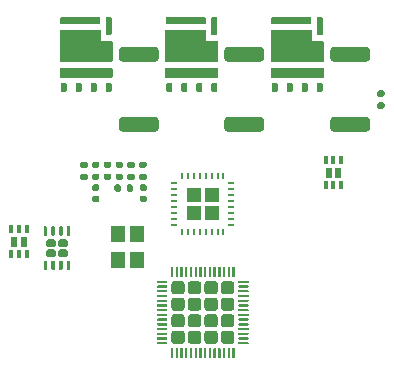
<source format=gbr>
G04 #@! TF.GenerationSoftware,KiCad,Pcbnew,(5.1.8)-1*
G04 #@! TF.CreationDate,2020-11-22T23:20:16-08:00*
G04 #@! TF.ProjectId,Thruster_Controller_V2,54687275-7374-4657-925f-436f6e74726f,rev?*
G04 #@! TF.SameCoordinates,Original*
G04 #@! TF.FileFunction,Paste,Bot*
G04 #@! TF.FilePolarity,Positive*
%FSLAX46Y46*%
G04 Gerber Fmt 4.6, Leading zero omitted, Abs format (unit mm)*
G04 Created by KiCad (PCBNEW (5.1.8)-1) date 2020-11-22 23:20:16*
%MOMM*%
%LPD*%
G01*
G04 APERTURE LIST*
%ADD10R,1.200000X1.400000*%
%ADD11C,0.100000*%
%ADD12R,0.630000X0.820000*%
%ADD13R,0.350000X0.650000*%
%ADD14R,0.600000X0.250000*%
%ADD15R,0.250000X0.600000*%
%ADD16R,1.230000X1.230000*%
G04 APERTURE END LIST*
D10*
X94450000Y-103075000D03*
X94450000Y-105275000D03*
X92850000Y-105275000D03*
X92850000Y-103075000D03*
G36*
G01*
X92275000Y-84750000D02*
X92275000Y-86150000D01*
G75*
G02*
X92225000Y-86200000I-50000J0D01*
G01*
X91825000Y-86200000D01*
G75*
G02*
X91775000Y-86150000I0J50000D01*
G01*
X91775000Y-84750000D01*
G75*
G02*
X91825000Y-84700000I50000J0D01*
G01*
X92225000Y-84700000D01*
G75*
G02*
X92275000Y-84750000I0J-50000D01*
G01*
G37*
G36*
G01*
X91320000Y-84760000D02*
X91320000Y-85240000D01*
G75*
G02*
X91260000Y-85300000I-60000J0D01*
G01*
X87980000Y-85300000D01*
G75*
G02*
X87920000Y-85240000I0J60000D01*
G01*
X87920000Y-84760000D01*
G75*
G02*
X87980000Y-84700000I60000J0D01*
G01*
X91260000Y-84700000D01*
G75*
G02*
X91320000Y-84760000I0J-60000D01*
G01*
G37*
D11*
G36*
X87910245Y-88449039D02*
G01*
X87900866Y-88446194D01*
X87892221Y-88441573D01*
X87884645Y-88435355D01*
X87878427Y-88427779D01*
X87873806Y-88419134D01*
X87870961Y-88409755D01*
X87870000Y-88400000D01*
X87870000Y-85800000D01*
X87870961Y-85790245D01*
X87873806Y-85780866D01*
X87878427Y-85772221D01*
X87884645Y-85764645D01*
X87892221Y-85758427D01*
X87900866Y-85753806D01*
X87910245Y-85750961D01*
X87920000Y-85750000D01*
X91320000Y-85750000D01*
X91329755Y-85750961D01*
X91339134Y-85753806D01*
X91347779Y-85758427D01*
X91355355Y-85764645D01*
X91361573Y-85772221D01*
X91366194Y-85780866D01*
X91369039Y-85790245D01*
X91370000Y-85800000D01*
X91370000Y-86750000D01*
X92320000Y-86750000D01*
X92329755Y-86750961D01*
X92339134Y-86753806D01*
X92347779Y-86758427D01*
X92355355Y-86764645D01*
X92361573Y-86772221D01*
X92366194Y-86780866D01*
X92369039Y-86790245D01*
X92370000Y-86800000D01*
X92370000Y-88400000D01*
X92369039Y-88409755D01*
X92366194Y-88419134D01*
X92361573Y-88427779D01*
X92355355Y-88435355D01*
X92347779Y-88441573D01*
X92339134Y-88446194D01*
X92329755Y-88449039D01*
X92320000Y-88450000D01*
X87920000Y-88450000D01*
X87910245Y-88449039D01*
G37*
G36*
G01*
X92370000Y-89060000D02*
X92370000Y-89780000D01*
G75*
G02*
X92330000Y-89820000I-40000J0D01*
G01*
X87910000Y-89820000D01*
G75*
G02*
X87870000Y-89780000I0J40000D01*
G01*
X87870000Y-89060000D01*
G75*
G02*
X87910000Y-89020000I40000J0D01*
G01*
X92330000Y-89020000D01*
G75*
G02*
X92370000Y-89060000I0J-40000D01*
G01*
G37*
G36*
G01*
X92275000Y-90346000D02*
X92275000Y-90946000D01*
G75*
G02*
X92225000Y-90996000I-50000J0D01*
G01*
X91825000Y-90996000D01*
G75*
G02*
X91775000Y-90946000I0J50000D01*
G01*
X91775000Y-90346000D01*
G75*
G02*
X91825000Y-90296000I50000J0D01*
G01*
X92225000Y-90296000D01*
G75*
G02*
X92275000Y-90346000I0J-50000D01*
G01*
G37*
G36*
G01*
X88465000Y-90346000D02*
X88465000Y-90946000D01*
G75*
G02*
X88415000Y-90996000I-50000J0D01*
G01*
X88015000Y-90996000D01*
G75*
G02*
X87965000Y-90946000I0J50000D01*
G01*
X87965000Y-90346000D01*
G75*
G02*
X88015000Y-90296000I50000J0D01*
G01*
X88415000Y-90296000D01*
G75*
G02*
X88465000Y-90346000I0J-50000D01*
G01*
G37*
G36*
G01*
X91005000Y-90346000D02*
X91005000Y-90946000D01*
G75*
G02*
X90955000Y-90996000I-50000J0D01*
G01*
X90555000Y-90996000D01*
G75*
G02*
X90505000Y-90946000I0J50000D01*
G01*
X90505000Y-90346000D01*
G75*
G02*
X90555000Y-90296000I50000J0D01*
G01*
X90955000Y-90296000D01*
G75*
G02*
X91005000Y-90346000I0J-50000D01*
G01*
G37*
G36*
G01*
X89735000Y-90346000D02*
X89735000Y-90946000D01*
G75*
G02*
X89685000Y-90996000I-50000J0D01*
G01*
X89285000Y-90996000D01*
G75*
G02*
X89235000Y-90946000I0J50000D01*
G01*
X89235000Y-90346000D01*
G75*
G02*
X89285000Y-90296000I50000J0D01*
G01*
X89685000Y-90296000D01*
G75*
G02*
X89735000Y-90346000I0J-50000D01*
G01*
G37*
G36*
G01*
X101205000Y-84750000D02*
X101205000Y-86150000D01*
G75*
G02*
X101155000Y-86200000I-50000J0D01*
G01*
X100755000Y-86200000D01*
G75*
G02*
X100705000Y-86150000I0J50000D01*
G01*
X100705000Y-84750000D01*
G75*
G02*
X100755000Y-84700000I50000J0D01*
G01*
X101155000Y-84700000D01*
G75*
G02*
X101205000Y-84750000I0J-50000D01*
G01*
G37*
G36*
G01*
X100250000Y-84760000D02*
X100250000Y-85240000D01*
G75*
G02*
X100190000Y-85300000I-60000J0D01*
G01*
X96910000Y-85300000D01*
G75*
G02*
X96850000Y-85240000I0J60000D01*
G01*
X96850000Y-84760000D01*
G75*
G02*
X96910000Y-84700000I60000J0D01*
G01*
X100190000Y-84700000D01*
G75*
G02*
X100250000Y-84760000I0J-60000D01*
G01*
G37*
G36*
X96840245Y-88449039D02*
G01*
X96830866Y-88446194D01*
X96822221Y-88441573D01*
X96814645Y-88435355D01*
X96808427Y-88427779D01*
X96803806Y-88419134D01*
X96800961Y-88409755D01*
X96800000Y-88400000D01*
X96800000Y-85800000D01*
X96800961Y-85790245D01*
X96803806Y-85780866D01*
X96808427Y-85772221D01*
X96814645Y-85764645D01*
X96822221Y-85758427D01*
X96830866Y-85753806D01*
X96840245Y-85750961D01*
X96850000Y-85750000D01*
X100250000Y-85750000D01*
X100259755Y-85750961D01*
X100269134Y-85753806D01*
X100277779Y-85758427D01*
X100285355Y-85764645D01*
X100291573Y-85772221D01*
X100296194Y-85780866D01*
X100299039Y-85790245D01*
X100300000Y-85800000D01*
X100300000Y-86750000D01*
X101250000Y-86750000D01*
X101259755Y-86750961D01*
X101269134Y-86753806D01*
X101277779Y-86758427D01*
X101285355Y-86764645D01*
X101291573Y-86772221D01*
X101296194Y-86780866D01*
X101299039Y-86790245D01*
X101300000Y-86800000D01*
X101300000Y-88400000D01*
X101299039Y-88409755D01*
X101296194Y-88419134D01*
X101291573Y-88427779D01*
X101285355Y-88435355D01*
X101277779Y-88441573D01*
X101269134Y-88446194D01*
X101259755Y-88449039D01*
X101250000Y-88450000D01*
X96850000Y-88450000D01*
X96840245Y-88449039D01*
G37*
G36*
G01*
X101300000Y-89060000D02*
X101300000Y-89780000D01*
G75*
G02*
X101260000Y-89820000I-40000J0D01*
G01*
X96840000Y-89820000D01*
G75*
G02*
X96800000Y-89780000I0J40000D01*
G01*
X96800000Y-89060000D01*
G75*
G02*
X96840000Y-89020000I40000J0D01*
G01*
X101260000Y-89020000D01*
G75*
G02*
X101300000Y-89060000I0J-40000D01*
G01*
G37*
G36*
G01*
X101205000Y-90346000D02*
X101205000Y-90946000D01*
G75*
G02*
X101155000Y-90996000I-50000J0D01*
G01*
X100755000Y-90996000D01*
G75*
G02*
X100705000Y-90946000I0J50000D01*
G01*
X100705000Y-90346000D01*
G75*
G02*
X100755000Y-90296000I50000J0D01*
G01*
X101155000Y-90296000D01*
G75*
G02*
X101205000Y-90346000I0J-50000D01*
G01*
G37*
G36*
G01*
X97395000Y-90346000D02*
X97395000Y-90946000D01*
G75*
G02*
X97345000Y-90996000I-50000J0D01*
G01*
X96945000Y-90996000D01*
G75*
G02*
X96895000Y-90946000I0J50000D01*
G01*
X96895000Y-90346000D01*
G75*
G02*
X96945000Y-90296000I50000J0D01*
G01*
X97345000Y-90296000D01*
G75*
G02*
X97395000Y-90346000I0J-50000D01*
G01*
G37*
G36*
G01*
X99935000Y-90346000D02*
X99935000Y-90946000D01*
G75*
G02*
X99885000Y-90996000I-50000J0D01*
G01*
X99485000Y-90996000D01*
G75*
G02*
X99435000Y-90946000I0J50000D01*
G01*
X99435000Y-90346000D01*
G75*
G02*
X99485000Y-90296000I50000J0D01*
G01*
X99885000Y-90296000D01*
G75*
G02*
X99935000Y-90346000I0J-50000D01*
G01*
G37*
G36*
G01*
X98665000Y-90346000D02*
X98665000Y-90946000D01*
G75*
G02*
X98615000Y-90996000I-50000J0D01*
G01*
X98215000Y-90996000D01*
G75*
G02*
X98165000Y-90946000I0J50000D01*
G01*
X98165000Y-90346000D01*
G75*
G02*
X98215000Y-90296000I50000J0D01*
G01*
X98615000Y-90296000D01*
G75*
G02*
X98665000Y-90346000I0J-50000D01*
G01*
G37*
G36*
G01*
X110155000Y-84750000D02*
X110155000Y-86150000D01*
G75*
G02*
X110105000Y-86200000I-50000J0D01*
G01*
X109705000Y-86200000D01*
G75*
G02*
X109655000Y-86150000I0J50000D01*
G01*
X109655000Y-84750000D01*
G75*
G02*
X109705000Y-84700000I50000J0D01*
G01*
X110105000Y-84700000D01*
G75*
G02*
X110155000Y-84750000I0J-50000D01*
G01*
G37*
G36*
G01*
X109200000Y-84760000D02*
X109200000Y-85240000D01*
G75*
G02*
X109140000Y-85300000I-60000J0D01*
G01*
X105860000Y-85300000D01*
G75*
G02*
X105800000Y-85240000I0J60000D01*
G01*
X105800000Y-84760000D01*
G75*
G02*
X105860000Y-84700000I60000J0D01*
G01*
X109140000Y-84700000D01*
G75*
G02*
X109200000Y-84760000I0J-60000D01*
G01*
G37*
G36*
X105790245Y-88449039D02*
G01*
X105780866Y-88446194D01*
X105772221Y-88441573D01*
X105764645Y-88435355D01*
X105758427Y-88427779D01*
X105753806Y-88419134D01*
X105750961Y-88409755D01*
X105750000Y-88400000D01*
X105750000Y-85800000D01*
X105750961Y-85790245D01*
X105753806Y-85780866D01*
X105758427Y-85772221D01*
X105764645Y-85764645D01*
X105772221Y-85758427D01*
X105780866Y-85753806D01*
X105790245Y-85750961D01*
X105800000Y-85750000D01*
X109200000Y-85750000D01*
X109209755Y-85750961D01*
X109219134Y-85753806D01*
X109227779Y-85758427D01*
X109235355Y-85764645D01*
X109241573Y-85772221D01*
X109246194Y-85780866D01*
X109249039Y-85790245D01*
X109250000Y-85800000D01*
X109250000Y-86750000D01*
X110200000Y-86750000D01*
X110209755Y-86750961D01*
X110219134Y-86753806D01*
X110227779Y-86758427D01*
X110235355Y-86764645D01*
X110241573Y-86772221D01*
X110246194Y-86780866D01*
X110249039Y-86790245D01*
X110250000Y-86800000D01*
X110250000Y-88400000D01*
X110249039Y-88409755D01*
X110246194Y-88419134D01*
X110241573Y-88427779D01*
X110235355Y-88435355D01*
X110227779Y-88441573D01*
X110219134Y-88446194D01*
X110209755Y-88449039D01*
X110200000Y-88450000D01*
X105800000Y-88450000D01*
X105790245Y-88449039D01*
G37*
G36*
G01*
X110250000Y-89060000D02*
X110250000Y-89780000D01*
G75*
G02*
X110210000Y-89820000I-40000J0D01*
G01*
X105790000Y-89820000D01*
G75*
G02*
X105750000Y-89780000I0J40000D01*
G01*
X105750000Y-89060000D01*
G75*
G02*
X105790000Y-89020000I40000J0D01*
G01*
X110210000Y-89020000D01*
G75*
G02*
X110250000Y-89060000I0J-40000D01*
G01*
G37*
G36*
G01*
X110155000Y-90346000D02*
X110155000Y-90946000D01*
G75*
G02*
X110105000Y-90996000I-50000J0D01*
G01*
X109705000Y-90996000D01*
G75*
G02*
X109655000Y-90946000I0J50000D01*
G01*
X109655000Y-90346000D01*
G75*
G02*
X109705000Y-90296000I50000J0D01*
G01*
X110105000Y-90296000D01*
G75*
G02*
X110155000Y-90346000I0J-50000D01*
G01*
G37*
G36*
G01*
X106345000Y-90346000D02*
X106345000Y-90946000D01*
G75*
G02*
X106295000Y-90996000I-50000J0D01*
G01*
X105895000Y-90996000D01*
G75*
G02*
X105845000Y-90946000I0J50000D01*
G01*
X105845000Y-90346000D01*
G75*
G02*
X105895000Y-90296000I50000J0D01*
G01*
X106295000Y-90296000D01*
G75*
G02*
X106345000Y-90346000I0J-50000D01*
G01*
G37*
G36*
G01*
X108885000Y-90346000D02*
X108885000Y-90946000D01*
G75*
G02*
X108835000Y-90996000I-50000J0D01*
G01*
X108435000Y-90996000D01*
G75*
G02*
X108385000Y-90946000I0J50000D01*
G01*
X108385000Y-90346000D01*
G75*
G02*
X108435000Y-90296000I50000J0D01*
G01*
X108835000Y-90296000D01*
G75*
G02*
X108885000Y-90346000I0J-50000D01*
G01*
G37*
G36*
G01*
X107615000Y-90346000D02*
X107615000Y-90946000D01*
G75*
G02*
X107565000Y-90996000I-50000J0D01*
G01*
X107165000Y-90996000D01*
G75*
G02*
X107115000Y-90946000I0J50000D01*
G01*
X107115000Y-90346000D01*
G75*
G02*
X107165000Y-90296000I50000J0D01*
G01*
X107565000Y-90296000D01*
G75*
G02*
X107615000Y-90346000I0J-50000D01*
G01*
G37*
G36*
G01*
X90770000Y-99800000D02*
X91110000Y-99800000D01*
G75*
G02*
X91250000Y-99940000I0J-140000D01*
G01*
X91250000Y-100220000D01*
G75*
G02*
X91110000Y-100360000I-140000J0D01*
G01*
X90770000Y-100360000D01*
G75*
G02*
X90630000Y-100220000I0J140000D01*
G01*
X90630000Y-99940000D01*
G75*
G02*
X90770000Y-99800000I140000J0D01*
G01*
G37*
G36*
G01*
X90770000Y-98840000D02*
X91110000Y-98840000D01*
G75*
G02*
X91250000Y-98980000I0J-140000D01*
G01*
X91250000Y-99260000D01*
G75*
G02*
X91110000Y-99400000I-140000J0D01*
G01*
X90770000Y-99400000D01*
G75*
G02*
X90630000Y-99260000I0J140000D01*
G01*
X90630000Y-98980000D01*
G75*
G02*
X90770000Y-98840000I140000J0D01*
G01*
G37*
G36*
G01*
X94790000Y-99800000D02*
X95130000Y-99800000D01*
G75*
G02*
X95270000Y-99940000I0J-140000D01*
G01*
X95270000Y-100220000D01*
G75*
G02*
X95130000Y-100360000I-140000J0D01*
G01*
X94790000Y-100360000D01*
G75*
G02*
X94650000Y-100220000I0J140000D01*
G01*
X94650000Y-99940000D01*
G75*
G02*
X94790000Y-99800000I140000J0D01*
G01*
G37*
G36*
G01*
X94790000Y-98840000D02*
X95130000Y-98840000D01*
G75*
G02*
X95270000Y-98980000I0J-140000D01*
G01*
X95270000Y-99260000D01*
G75*
G02*
X95130000Y-99400000I-140000J0D01*
G01*
X94790000Y-99400000D01*
G75*
G02*
X94650000Y-99260000I0J140000D01*
G01*
X94650000Y-98980000D01*
G75*
G02*
X94790000Y-98840000I140000J0D01*
G01*
G37*
G36*
G01*
X114890000Y-91915000D02*
X115260000Y-91915000D01*
G75*
G02*
X115395000Y-92050000I0J-135000D01*
G01*
X115395000Y-92320000D01*
G75*
G02*
X115260000Y-92455000I-135000J0D01*
G01*
X114890000Y-92455000D01*
G75*
G02*
X114755000Y-92320000I0J135000D01*
G01*
X114755000Y-92050000D01*
G75*
G02*
X114890000Y-91915000I135000J0D01*
G01*
G37*
G36*
G01*
X114890000Y-90895000D02*
X115260000Y-90895000D01*
G75*
G02*
X115395000Y-91030000I0J-135000D01*
G01*
X115395000Y-91300000D01*
G75*
G02*
X115260000Y-91435000I-135000J0D01*
G01*
X114890000Y-91435000D01*
G75*
G02*
X114755000Y-91300000I0J135000D01*
G01*
X114755000Y-91030000D01*
G75*
G02*
X114890000Y-90895000I135000J0D01*
G01*
G37*
G36*
G01*
X102075000Y-93150000D02*
X104925000Y-93150000D01*
G75*
G02*
X105175000Y-93400000I0J-250000D01*
G01*
X105175000Y-94125000D01*
G75*
G02*
X104925000Y-94375000I-250000J0D01*
G01*
X102075000Y-94375000D01*
G75*
G02*
X101825000Y-94125000I0J250000D01*
G01*
X101825000Y-93400000D01*
G75*
G02*
X102075000Y-93150000I250000J0D01*
G01*
G37*
G36*
G01*
X102075000Y-87225000D02*
X104925000Y-87225000D01*
G75*
G02*
X105175000Y-87475000I0J-250000D01*
G01*
X105175000Y-88200000D01*
G75*
G02*
X104925000Y-88450000I-250000J0D01*
G01*
X102075000Y-88450000D01*
G75*
G02*
X101825000Y-88200000I0J250000D01*
G01*
X101825000Y-87475000D01*
G75*
G02*
X102075000Y-87225000I250000J0D01*
G01*
G37*
G36*
G01*
X93165000Y-87225000D02*
X96015000Y-87225000D01*
G75*
G02*
X96265000Y-87475000I0J-250000D01*
G01*
X96265000Y-88200000D01*
G75*
G02*
X96015000Y-88450000I-250000J0D01*
G01*
X93165000Y-88450000D01*
G75*
G02*
X92915000Y-88200000I0J250000D01*
G01*
X92915000Y-87475000D01*
G75*
G02*
X93165000Y-87225000I250000J0D01*
G01*
G37*
G36*
G01*
X93165000Y-93150000D02*
X96015000Y-93150000D01*
G75*
G02*
X96265000Y-93400000I0J-250000D01*
G01*
X96265000Y-94125000D01*
G75*
G02*
X96015000Y-94375000I-250000J0D01*
G01*
X93165000Y-94375000D01*
G75*
G02*
X92915000Y-94125000I0J250000D01*
G01*
X92915000Y-93400000D01*
G75*
G02*
X93165000Y-93150000I250000J0D01*
G01*
G37*
G36*
G01*
X111055000Y-87225000D02*
X113905000Y-87225000D01*
G75*
G02*
X114155000Y-87475000I0J-250000D01*
G01*
X114155000Y-88200000D01*
G75*
G02*
X113905000Y-88450000I-250000J0D01*
G01*
X111055000Y-88450000D01*
G75*
G02*
X110805000Y-88200000I0J250000D01*
G01*
X110805000Y-87475000D01*
G75*
G02*
X111055000Y-87225000I250000J0D01*
G01*
G37*
G36*
G01*
X111055000Y-93150000D02*
X113905000Y-93150000D01*
G75*
G02*
X114155000Y-93400000I0J-250000D01*
G01*
X114155000Y-94125000D01*
G75*
G02*
X113905000Y-94375000I-250000J0D01*
G01*
X111055000Y-94375000D01*
G75*
G02*
X110805000Y-94125000I0J250000D01*
G01*
X110805000Y-93400000D01*
G75*
G02*
X111055000Y-93150000I250000J0D01*
G01*
G37*
G36*
G01*
X90745000Y-97940000D02*
X91115000Y-97940000D01*
G75*
G02*
X91250000Y-98075000I0J-135000D01*
G01*
X91250000Y-98345000D01*
G75*
G02*
X91115000Y-98480000I-135000J0D01*
G01*
X90745000Y-98480000D01*
G75*
G02*
X90610000Y-98345000I0J135000D01*
G01*
X90610000Y-98075000D01*
G75*
G02*
X90745000Y-97940000I135000J0D01*
G01*
G37*
G36*
G01*
X90745000Y-96920000D02*
X91115000Y-96920000D01*
G75*
G02*
X91250000Y-97055000I0J-135000D01*
G01*
X91250000Y-97325000D01*
G75*
G02*
X91115000Y-97460000I-135000J0D01*
G01*
X90745000Y-97460000D01*
G75*
G02*
X90610000Y-97325000I0J135000D01*
G01*
X90610000Y-97055000D01*
G75*
G02*
X90745000Y-96920000I135000J0D01*
G01*
G37*
G36*
G01*
X92745000Y-96920000D02*
X93115000Y-96920000D01*
G75*
G02*
X93250000Y-97055000I0J-135000D01*
G01*
X93250000Y-97325000D01*
G75*
G02*
X93115000Y-97460000I-135000J0D01*
G01*
X92745000Y-97460000D01*
G75*
G02*
X92610000Y-97325000I0J135000D01*
G01*
X92610000Y-97055000D01*
G75*
G02*
X92745000Y-96920000I135000J0D01*
G01*
G37*
G36*
G01*
X92745000Y-97940000D02*
X93115000Y-97940000D01*
G75*
G02*
X93250000Y-98075000I0J-135000D01*
G01*
X93250000Y-98345000D01*
G75*
G02*
X93115000Y-98480000I-135000J0D01*
G01*
X92745000Y-98480000D01*
G75*
G02*
X92610000Y-98345000I0J135000D01*
G01*
X92610000Y-98075000D01*
G75*
G02*
X92745000Y-97940000I135000J0D01*
G01*
G37*
G36*
G01*
X94735000Y-97940000D02*
X95105000Y-97940000D01*
G75*
G02*
X95240000Y-98075000I0J-135000D01*
G01*
X95240000Y-98345000D01*
G75*
G02*
X95105000Y-98480000I-135000J0D01*
G01*
X94735000Y-98480000D01*
G75*
G02*
X94600000Y-98345000I0J135000D01*
G01*
X94600000Y-98075000D01*
G75*
G02*
X94735000Y-97940000I135000J0D01*
G01*
G37*
G36*
G01*
X94735000Y-96920000D02*
X95105000Y-96920000D01*
G75*
G02*
X95240000Y-97055000I0J-135000D01*
G01*
X95240000Y-97325000D01*
G75*
G02*
X95105000Y-97460000I-135000J0D01*
G01*
X94735000Y-97460000D01*
G75*
G02*
X94600000Y-97325000I0J135000D01*
G01*
X94600000Y-97055000D01*
G75*
G02*
X94735000Y-96920000I135000J0D01*
G01*
G37*
G36*
G01*
X89745000Y-97940000D02*
X90115000Y-97940000D01*
G75*
G02*
X90250000Y-98075000I0J-135000D01*
G01*
X90250000Y-98345000D01*
G75*
G02*
X90115000Y-98480000I-135000J0D01*
G01*
X89745000Y-98480000D01*
G75*
G02*
X89610000Y-98345000I0J135000D01*
G01*
X89610000Y-98075000D01*
G75*
G02*
X89745000Y-97940000I135000J0D01*
G01*
G37*
G36*
G01*
X89745000Y-96920000D02*
X90115000Y-96920000D01*
G75*
G02*
X90250000Y-97055000I0J-135000D01*
G01*
X90250000Y-97325000D01*
G75*
G02*
X90115000Y-97460000I-135000J0D01*
G01*
X89745000Y-97460000D01*
G75*
G02*
X89610000Y-97325000I0J135000D01*
G01*
X89610000Y-97055000D01*
G75*
G02*
X89745000Y-96920000I135000J0D01*
G01*
G37*
G36*
G01*
X91745000Y-97940000D02*
X92115000Y-97940000D01*
G75*
G02*
X92250000Y-98075000I0J-135000D01*
G01*
X92250000Y-98345000D01*
G75*
G02*
X92115000Y-98480000I-135000J0D01*
G01*
X91745000Y-98480000D01*
G75*
G02*
X91610000Y-98345000I0J135000D01*
G01*
X91610000Y-98075000D01*
G75*
G02*
X91745000Y-97940000I135000J0D01*
G01*
G37*
G36*
G01*
X91745000Y-96920000D02*
X92115000Y-96920000D01*
G75*
G02*
X92250000Y-97055000I0J-135000D01*
G01*
X92250000Y-97325000D01*
G75*
G02*
X92115000Y-97460000I-135000J0D01*
G01*
X91745000Y-97460000D01*
G75*
G02*
X91610000Y-97325000I0J135000D01*
G01*
X91610000Y-97055000D01*
G75*
G02*
X91745000Y-96920000I135000J0D01*
G01*
G37*
G36*
G01*
X93740000Y-97940000D02*
X94110000Y-97940000D01*
G75*
G02*
X94245000Y-98075000I0J-135000D01*
G01*
X94245000Y-98345000D01*
G75*
G02*
X94110000Y-98480000I-135000J0D01*
G01*
X93740000Y-98480000D01*
G75*
G02*
X93605000Y-98345000I0J135000D01*
G01*
X93605000Y-98075000D01*
G75*
G02*
X93740000Y-97940000I135000J0D01*
G01*
G37*
G36*
G01*
X93740000Y-96920000D02*
X94110000Y-96920000D01*
G75*
G02*
X94245000Y-97055000I0J-135000D01*
G01*
X94245000Y-97325000D01*
G75*
G02*
X94110000Y-97460000I-135000J0D01*
G01*
X93740000Y-97460000D01*
G75*
G02*
X93605000Y-97325000I0J135000D01*
G01*
X93605000Y-97055000D01*
G75*
G02*
X93740000Y-96920000I135000J0D01*
G01*
G37*
G36*
G01*
X94080000Y-98975000D02*
X94080000Y-99345000D01*
G75*
G02*
X93945000Y-99480000I-135000J0D01*
G01*
X93675000Y-99480000D01*
G75*
G02*
X93540000Y-99345000I0J135000D01*
G01*
X93540000Y-98975000D01*
G75*
G02*
X93675000Y-98840000I135000J0D01*
G01*
X93945000Y-98840000D01*
G75*
G02*
X94080000Y-98975000I0J-135000D01*
G01*
G37*
G36*
G01*
X93060000Y-98975000D02*
X93060000Y-99345000D01*
G75*
G02*
X92925000Y-99480000I-135000J0D01*
G01*
X92655000Y-99480000D01*
G75*
G02*
X92520000Y-99345000I0J135000D01*
G01*
X92520000Y-98975000D01*
G75*
G02*
X92655000Y-98840000I135000J0D01*
G01*
X92925000Y-98840000D01*
G75*
G02*
X93060000Y-98975000I0J-135000D01*
G01*
G37*
D12*
X110650000Y-97850000D03*
X111450000Y-97850000D03*
D13*
X111700000Y-96800000D03*
X111050000Y-96800000D03*
X110400000Y-96800000D03*
X110400000Y-98900000D03*
X111050000Y-98900000D03*
X111700000Y-98900000D03*
G36*
G01*
X103875000Y-107050000D02*
X103875000Y-107150000D01*
G75*
G02*
X103825000Y-107200000I-50000J0D01*
G01*
X103050000Y-107200000D01*
G75*
G02*
X103000000Y-107150000I0J50000D01*
G01*
X103000000Y-107050000D01*
G75*
G02*
X103050000Y-107000000I50000J0D01*
G01*
X103825000Y-107000000D01*
G75*
G02*
X103875000Y-107050000I0J-50000D01*
G01*
G37*
G36*
G01*
X103875000Y-107450000D02*
X103875000Y-107550000D01*
G75*
G02*
X103825000Y-107600000I-50000J0D01*
G01*
X103050000Y-107600000D01*
G75*
G02*
X103000000Y-107550000I0J50000D01*
G01*
X103000000Y-107450000D01*
G75*
G02*
X103050000Y-107400000I50000J0D01*
G01*
X103825000Y-107400000D01*
G75*
G02*
X103875000Y-107450000I0J-50000D01*
G01*
G37*
G36*
G01*
X103875000Y-107850000D02*
X103875000Y-107950000D01*
G75*
G02*
X103825000Y-108000000I-50000J0D01*
G01*
X103050000Y-108000000D01*
G75*
G02*
X103000000Y-107950000I0J50000D01*
G01*
X103000000Y-107850000D01*
G75*
G02*
X103050000Y-107800000I50000J0D01*
G01*
X103825000Y-107800000D01*
G75*
G02*
X103875000Y-107850000I0J-50000D01*
G01*
G37*
G36*
G01*
X103875000Y-108250000D02*
X103875000Y-108350000D01*
G75*
G02*
X103825000Y-108400000I-50000J0D01*
G01*
X103050000Y-108400000D01*
G75*
G02*
X103000000Y-108350000I0J50000D01*
G01*
X103000000Y-108250000D01*
G75*
G02*
X103050000Y-108200000I50000J0D01*
G01*
X103825000Y-108200000D01*
G75*
G02*
X103875000Y-108250000I0J-50000D01*
G01*
G37*
G36*
G01*
X103875000Y-108650000D02*
X103875000Y-108750000D01*
G75*
G02*
X103825000Y-108800000I-50000J0D01*
G01*
X103050000Y-108800000D01*
G75*
G02*
X103000000Y-108750000I0J50000D01*
G01*
X103000000Y-108650000D01*
G75*
G02*
X103050000Y-108600000I50000J0D01*
G01*
X103825000Y-108600000D01*
G75*
G02*
X103875000Y-108650000I0J-50000D01*
G01*
G37*
G36*
G01*
X103875000Y-109050000D02*
X103875000Y-109150000D01*
G75*
G02*
X103825000Y-109200000I-50000J0D01*
G01*
X103050000Y-109200000D01*
G75*
G02*
X103000000Y-109150000I0J50000D01*
G01*
X103000000Y-109050000D01*
G75*
G02*
X103050000Y-109000000I50000J0D01*
G01*
X103825000Y-109000000D01*
G75*
G02*
X103875000Y-109050000I0J-50000D01*
G01*
G37*
G36*
G01*
X103875000Y-109450000D02*
X103875000Y-109550000D01*
G75*
G02*
X103825000Y-109600000I-50000J0D01*
G01*
X103050000Y-109600000D01*
G75*
G02*
X103000000Y-109550000I0J50000D01*
G01*
X103000000Y-109450000D01*
G75*
G02*
X103050000Y-109400000I50000J0D01*
G01*
X103825000Y-109400000D01*
G75*
G02*
X103875000Y-109450000I0J-50000D01*
G01*
G37*
G36*
G01*
X103875000Y-109850000D02*
X103875000Y-109950000D01*
G75*
G02*
X103825000Y-110000000I-50000J0D01*
G01*
X103050000Y-110000000D01*
G75*
G02*
X103000000Y-109950000I0J50000D01*
G01*
X103000000Y-109850000D01*
G75*
G02*
X103050000Y-109800000I50000J0D01*
G01*
X103825000Y-109800000D01*
G75*
G02*
X103875000Y-109850000I0J-50000D01*
G01*
G37*
G36*
G01*
X103875000Y-110250000D02*
X103875000Y-110350000D01*
G75*
G02*
X103825000Y-110400000I-50000J0D01*
G01*
X103050000Y-110400000D01*
G75*
G02*
X103000000Y-110350000I0J50000D01*
G01*
X103000000Y-110250000D01*
G75*
G02*
X103050000Y-110200000I50000J0D01*
G01*
X103825000Y-110200000D01*
G75*
G02*
X103875000Y-110250000I0J-50000D01*
G01*
G37*
G36*
G01*
X103875000Y-110650000D02*
X103875000Y-110750000D01*
G75*
G02*
X103825000Y-110800000I-50000J0D01*
G01*
X103050000Y-110800000D01*
G75*
G02*
X103000000Y-110750000I0J50000D01*
G01*
X103000000Y-110650000D01*
G75*
G02*
X103050000Y-110600000I50000J0D01*
G01*
X103825000Y-110600000D01*
G75*
G02*
X103875000Y-110650000I0J-50000D01*
G01*
G37*
G36*
G01*
X103875000Y-111050000D02*
X103875000Y-111150000D01*
G75*
G02*
X103825000Y-111200000I-50000J0D01*
G01*
X103050000Y-111200000D01*
G75*
G02*
X103000000Y-111150000I0J50000D01*
G01*
X103000000Y-111050000D01*
G75*
G02*
X103050000Y-111000000I50000J0D01*
G01*
X103825000Y-111000000D01*
G75*
G02*
X103875000Y-111050000I0J-50000D01*
G01*
G37*
G36*
G01*
X103875000Y-111450000D02*
X103875000Y-111550000D01*
G75*
G02*
X103825000Y-111600000I-50000J0D01*
G01*
X103050000Y-111600000D01*
G75*
G02*
X103000000Y-111550000I0J50000D01*
G01*
X103000000Y-111450000D01*
G75*
G02*
X103050000Y-111400000I50000J0D01*
G01*
X103825000Y-111400000D01*
G75*
G02*
X103875000Y-111450000I0J-50000D01*
G01*
G37*
G36*
G01*
X103875000Y-111850000D02*
X103875000Y-111950000D01*
G75*
G02*
X103825000Y-112000000I-50000J0D01*
G01*
X103050000Y-112000000D01*
G75*
G02*
X103000000Y-111950000I0J50000D01*
G01*
X103000000Y-111850000D01*
G75*
G02*
X103050000Y-111800000I50000J0D01*
G01*
X103825000Y-111800000D01*
G75*
G02*
X103875000Y-111850000I0J-50000D01*
G01*
G37*
G36*
G01*
X103875000Y-112250000D02*
X103875000Y-112350000D01*
G75*
G02*
X103825000Y-112400000I-50000J0D01*
G01*
X103050000Y-112400000D01*
G75*
G02*
X103000000Y-112350000I0J50000D01*
G01*
X103000000Y-112250000D01*
G75*
G02*
X103050000Y-112200000I50000J0D01*
G01*
X103825000Y-112200000D01*
G75*
G02*
X103875000Y-112250000I0J-50000D01*
G01*
G37*
G36*
G01*
X102700000Y-112750000D02*
X102700000Y-113525000D01*
G75*
G02*
X102650000Y-113575000I-50000J0D01*
G01*
X102550000Y-113575000D01*
G75*
G02*
X102500000Y-113525000I0J50000D01*
G01*
X102500000Y-112750000D01*
G75*
G02*
X102550000Y-112700000I50000J0D01*
G01*
X102650000Y-112700000D01*
G75*
G02*
X102700000Y-112750000I0J-50000D01*
G01*
G37*
G36*
G01*
X102300000Y-112750000D02*
X102300000Y-113525000D01*
G75*
G02*
X102250000Y-113575000I-50000J0D01*
G01*
X102150000Y-113575000D01*
G75*
G02*
X102100000Y-113525000I0J50000D01*
G01*
X102100000Y-112750000D01*
G75*
G02*
X102150000Y-112700000I50000J0D01*
G01*
X102250000Y-112700000D01*
G75*
G02*
X102300000Y-112750000I0J-50000D01*
G01*
G37*
G36*
G01*
X101900000Y-112750000D02*
X101900000Y-113525000D01*
G75*
G02*
X101850000Y-113575000I-50000J0D01*
G01*
X101750000Y-113575000D01*
G75*
G02*
X101700000Y-113525000I0J50000D01*
G01*
X101700000Y-112750000D01*
G75*
G02*
X101750000Y-112700000I50000J0D01*
G01*
X101850000Y-112700000D01*
G75*
G02*
X101900000Y-112750000I0J-50000D01*
G01*
G37*
G36*
G01*
X101500000Y-112750000D02*
X101500000Y-113525000D01*
G75*
G02*
X101450000Y-113575000I-50000J0D01*
G01*
X101350000Y-113575000D01*
G75*
G02*
X101300000Y-113525000I0J50000D01*
G01*
X101300000Y-112750000D01*
G75*
G02*
X101350000Y-112700000I50000J0D01*
G01*
X101450000Y-112700000D01*
G75*
G02*
X101500000Y-112750000I0J-50000D01*
G01*
G37*
G36*
G01*
X101100000Y-112750000D02*
X101100000Y-113525000D01*
G75*
G02*
X101050000Y-113575000I-50000J0D01*
G01*
X100950000Y-113575000D01*
G75*
G02*
X100900000Y-113525000I0J50000D01*
G01*
X100900000Y-112750000D01*
G75*
G02*
X100950000Y-112700000I50000J0D01*
G01*
X101050000Y-112700000D01*
G75*
G02*
X101100000Y-112750000I0J-50000D01*
G01*
G37*
G36*
G01*
X100700000Y-112750000D02*
X100700000Y-113525000D01*
G75*
G02*
X100650000Y-113575000I-50000J0D01*
G01*
X100550000Y-113575000D01*
G75*
G02*
X100500000Y-113525000I0J50000D01*
G01*
X100500000Y-112750000D01*
G75*
G02*
X100550000Y-112700000I50000J0D01*
G01*
X100650000Y-112700000D01*
G75*
G02*
X100700000Y-112750000I0J-50000D01*
G01*
G37*
G36*
G01*
X100300000Y-112750000D02*
X100300000Y-113525000D01*
G75*
G02*
X100250000Y-113575000I-50000J0D01*
G01*
X100150000Y-113575000D01*
G75*
G02*
X100100000Y-113525000I0J50000D01*
G01*
X100100000Y-112750000D01*
G75*
G02*
X100150000Y-112700000I50000J0D01*
G01*
X100250000Y-112700000D01*
G75*
G02*
X100300000Y-112750000I0J-50000D01*
G01*
G37*
G36*
G01*
X99900000Y-112750000D02*
X99900000Y-113525000D01*
G75*
G02*
X99850000Y-113575000I-50000J0D01*
G01*
X99750000Y-113575000D01*
G75*
G02*
X99700000Y-113525000I0J50000D01*
G01*
X99700000Y-112750000D01*
G75*
G02*
X99750000Y-112700000I50000J0D01*
G01*
X99850000Y-112700000D01*
G75*
G02*
X99900000Y-112750000I0J-50000D01*
G01*
G37*
G36*
G01*
X99500000Y-112750000D02*
X99500000Y-113525000D01*
G75*
G02*
X99450000Y-113575000I-50000J0D01*
G01*
X99350000Y-113575000D01*
G75*
G02*
X99300000Y-113525000I0J50000D01*
G01*
X99300000Y-112750000D01*
G75*
G02*
X99350000Y-112700000I50000J0D01*
G01*
X99450000Y-112700000D01*
G75*
G02*
X99500000Y-112750000I0J-50000D01*
G01*
G37*
G36*
G01*
X99100000Y-112750000D02*
X99100000Y-113525000D01*
G75*
G02*
X99050000Y-113575000I-50000J0D01*
G01*
X98950000Y-113575000D01*
G75*
G02*
X98900000Y-113525000I0J50000D01*
G01*
X98900000Y-112750000D01*
G75*
G02*
X98950000Y-112700000I50000J0D01*
G01*
X99050000Y-112700000D01*
G75*
G02*
X99100000Y-112750000I0J-50000D01*
G01*
G37*
G36*
G01*
X98700000Y-112750000D02*
X98700000Y-113525000D01*
G75*
G02*
X98650000Y-113575000I-50000J0D01*
G01*
X98550000Y-113575000D01*
G75*
G02*
X98500000Y-113525000I0J50000D01*
G01*
X98500000Y-112750000D01*
G75*
G02*
X98550000Y-112700000I50000J0D01*
G01*
X98650000Y-112700000D01*
G75*
G02*
X98700000Y-112750000I0J-50000D01*
G01*
G37*
G36*
G01*
X98300000Y-112750000D02*
X98300000Y-113525000D01*
G75*
G02*
X98250000Y-113575000I-50000J0D01*
G01*
X98150000Y-113575000D01*
G75*
G02*
X98100000Y-113525000I0J50000D01*
G01*
X98100000Y-112750000D01*
G75*
G02*
X98150000Y-112700000I50000J0D01*
G01*
X98250000Y-112700000D01*
G75*
G02*
X98300000Y-112750000I0J-50000D01*
G01*
G37*
G36*
G01*
X97900000Y-112750000D02*
X97900000Y-113525000D01*
G75*
G02*
X97850000Y-113575000I-50000J0D01*
G01*
X97750000Y-113575000D01*
G75*
G02*
X97700000Y-113525000I0J50000D01*
G01*
X97700000Y-112750000D01*
G75*
G02*
X97750000Y-112700000I50000J0D01*
G01*
X97850000Y-112700000D01*
G75*
G02*
X97900000Y-112750000I0J-50000D01*
G01*
G37*
G36*
G01*
X97500000Y-112750000D02*
X97500000Y-113525000D01*
G75*
G02*
X97450000Y-113575000I-50000J0D01*
G01*
X97350000Y-113575000D01*
G75*
G02*
X97300000Y-113525000I0J50000D01*
G01*
X97300000Y-112750000D01*
G75*
G02*
X97350000Y-112700000I50000J0D01*
G01*
X97450000Y-112700000D01*
G75*
G02*
X97500000Y-112750000I0J-50000D01*
G01*
G37*
G36*
G01*
X97000000Y-112250000D02*
X97000000Y-112350000D01*
G75*
G02*
X96950000Y-112400000I-50000J0D01*
G01*
X96175000Y-112400000D01*
G75*
G02*
X96125000Y-112350000I0J50000D01*
G01*
X96125000Y-112250000D01*
G75*
G02*
X96175000Y-112200000I50000J0D01*
G01*
X96950000Y-112200000D01*
G75*
G02*
X97000000Y-112250000I0J-50000D01*
G01*
G37*
G36*
G01*
X97000000Y-111850000D02*
X97000000Y-111950000D01*
G75*
G02*
X96950000Y-112000000I-50000J0D01*
G01*
X96175000Y-112000000D01*
G75*
G02*
X96125000Y-111950000I0J50000D01*
G01*
X96125000Y-111850000D01*
G75*
G02*
X96175000Y-111800000I50000J0D01*
G01*
X96950000Y-111800000D01*
G75*
G02*
X97000000Y-111850000I0J-50000D01*
G01*
G37*
G36*
G01*
X97000000Y-111450000D02*
X97000000Y-111550000D01*
G75*
G02*
X96950000Y-111600000I-50000J0D01*
G01*
X96175000Y-111600000D01*
G75*
G02*
X96125000Y-111550000I0J50000D01*
G01*
X96125000Y-111450000D01*
G75*
G02*
X96175000Y-111400000I50000J0D01*
G01*
X96950000Y-111400000D01*
G75*
G02*
X97000000Y-111450000I0J-50000D01*
G01*
G37*
G36*
G01*
X97000000Y-111050000D02*
X97000000Y-111150000D01*
G75*
G02*
X96950000Y-111200000I-50000J0D01*
G01*
X96175000Y-111200000D01*
G75*
G02*
X96125000Y-111150000I0J50000D01*
G01*
X96125000Y-111050000D01*
G75*
G02*
X96175000Y-111000000I50000J0D01*
G01*
X96950000Y-111000000D01*
G75*
G02*
X97000000Y-111050000I0J-50000D01*
G01*
G37*
G36*
G01*
X97000000Y-110650000D02*
X97000000Y-110750000D01*
G75*
G02*
X96950000Y-110800000I-50000J0D01*
G01*
X96175000Y-110800000D01*
G75*
G02*
X96125000Y-110750000I0J50000D01*
G01*
X96125000Y-110650000D01*
G75*
G02*
X96175000Y-110600000I50000J0D01*
G01*
X96950000Y-110600000D01*
G75*
G02*
X97000000Y-110650000I0J-50000D01*
G01*
G37*
G36*
G01*
X97000000Y-110250000D02*
X97000000Y-110350000D01*
G75*
G02*
X96950000Y-110400000I-50000J0D01*
G01*
X96175000Y-110400000D01*
G75*
G02*
X96125000Y-110350000I0J50000D01*
G01*
X96125000Y-110250000D01*
G75*
G02*
X96175000Y-110200000I50000J0D01*
G01*
X96950000Y-110200000D01*
G75*
G02*
X97000000Y-110250000I0J-50000D01*
G01*
G37*
G36*
G01*
X97000000Y-109850000D02*
X97000000Y-109950000D01*
G75*
G02*
X96950000Y-110000000I-50000J0D01*
G01*
X96175000Y-110000000D01*
G75*
G02*
X96125000Y-109950000I0J50000D01*
G01*
X96125000Y-109850000D01*
G75*
G02*
X96175000Y-109800000I50000J0D01*
G01*
X96950000Y-109800000D01*
G75*
G02*
X97000000Y-109850000I0J-50000D01*
G01*
G37*
G36*
G01*
X97000000Y-109450000D02*
X97000000Y-109550000D01*
G75*
G02*
X96950000Y-109600000I-50000J0D01*
G01*
X96175000Y-109600000D01*
G75*
G02*
X96125000Y-109550000I0J50000D01*
G01*
X96125000Y-109450000D01*
G75*
G02*
X96175000Y-109400000I50000J0D01*
G01*
X96950000Y-109400000D01*
G75*
G02*
X97000000Y-109450000I0J-50000D01*
G01*
G37*
G36*
G01*
X97000000Y-109050000D02*
X97000000Y-109150000D01*
G75*
G02*
X96950000Y-109200000I-50000J0D01*
G01*
X96175000Y-109200000D01*
G75*
G02*
X96125000Y-109150000I0J50000D01*
G01*
X96125000Y-109050000D01*
G75*
G02*
X96175000Y-109000000I50000J0D01*
G01*
X96950000Y-109000000D01*
G75*
G02*
X97000000Y-109050000I0J-50000D01*
G01*
G37*
G36*
G01*
X97000000Y-108650000D02*
X97000000Y-108750000D01*
G75*
G02*
X96950000Y-108800000I-50000J0D01*
G01*
X96175000Y-108800000D01*
G75*
G02*
X96125000Y-108750000I0J50000D01*
G01*
X96125000Y-108650000D01*
G75*
G02*
X96175000Y-108600000I50000J0D01*
G01*
X96950000Y-108600000D01*
G75*
G02*
X97000000Y-108650000I0J-50000D01*
G01*
G37*
G36*
G01*
X97000000Y-108250000D02*
X97000000Y-108350000D01*
G75*
G02*
X96950000Y-108400000I-50000J0D01*
G01*
X96175000Y-108400000D01*
G75*
G02*
X96125000Y-108350000I0J50000D01*
G01*
X96125000Y-108250000D01*
G75*
G02*
X96175000Y-108200000I50000J0D01*
G01*
X96950000Y-108200000D01*
G75*
G02*
X97000000Y-108250000I0J-50000D01*
G01*
G37*
G36*
G01*
X97000000Y-107850000D02*
X97000000Y-107950000D01*
G75*
G02*
X96950000Y-108000000I-50000J0D01*
G01*
X96175000Y-108000000D01*
G75*
G02*
X96125000Y-107950000I0J50000D01*
G01*
X96125000Y-107850000D01*
G75*
G02*
X96175000Y-107800000I50000J0D01*
G01*
X96950000Y-107800000D01*
G75*
G02*
X97000000Y-107850000I0J-50000D01*
G01*
G37*
G36*
G01*
X97000000Y-107450000D02*
X97000000Y-107550000D01*
G75*
G02*
X96950000Y-107600000I-50000J0D01*
G01*
X96175000Y-107600000D01*
G75*
G02*
X96125000Y-107550000I0J50000D01*
G01*
X96125000Y-107450000D01*
G75*
G02*
X96175000Y-107400000I50000J0D01*
G01*
X96950000Y-107400000D01*
G75*
G02*
X97000000Y-107450000I0J-50000D01*
G01*
G37*
G36*
G01*
X97000000Y-107050000D02*
X97000000Y-107150000D01*
G75*
G02*
X96950000Y-107200000I-50000J0D01*
G01*
X96175000Y-107200000D01*
G75*
G02*
X96125000Y-107150000I0J50000D01*
G01*
X96125000Y-107050000D01*
G75*
G02*
X96175000Y-107000000I50000J0D01*
G01*
X96950000Y-107000000D01*
G75*
G02*
X97000000Y-107050000I0J-50000D01*
G01*
G37*
G36*
G01*
X97500000Y-105875000D02*
X97500000Y-106650000D01*
G75*
G02*
X97450000Y-106700000I-50000J0D01*
G01*
X97350000Y-106700000D01*
G75*
G02*
X97300000Y-106650000I0J50000D01*
G01*
X97300000Y-105875000D01*
G75*
G02*
X97350000Y-105825000I50000J0D01*
G01*
X97450000Y-105825000D01*
G75*
G02*
X97500000Y-105875000I0J-50000D01*
G01*
G37*
G36*
G01*
X97900000Y-105875000D02*
X97900000Y-106650000D01*
G75*
G02*
X97850000Y-106700000I-50000J0D01*
G01*
X97750000Y-106700000D01*
G75*
G02*
X97700000Y-106650000I0J50000D01*
G01*
X97700000Y-105875000D01*
G75*
G02*
X97750000Y-105825000I50000J0D01*
G01*
X97850000Y-105825000D01*
G75*
G02*
X97900000Y-105875000I0J-50000D01*
G01*
G37*
G36*
G01*
X98300000Y-105875000D02*
X98300000Y-106650000D01*
G75*
G02*
X98250000Y-106700000I-50000J0D01*
G01*
X98150000Y-106700000D01*
G75*
G02*
X98100000Y-106650000I0J50000D01*
G01*
X98100000Y-105875000D01*
G75*
G02*
X98150000Y-105825000I50000J0D01*
G01*
X98250000Y-105825000D01*
G75*
G02*
X98300000Y-105875000I0J-50000D01*
G01*
G37*
G36*
G01*
X98700000Y-105875000D02*
X98700000Y-106650000D01*
G75*
G02*
X98650000Y-106700000I-50000J0D01*
G01*
X98550000Y-106700000D01*
G75*
G02*
X98500000Y-106650000I0J50000D01*
G01*
X98500000Y-105875000D01*
G75*
G02*
X98550000Y-105825000I50000J0D01*
G01*
X98650000Y-105825000D01*
G75*
G02*
X98700000Y-105875000I0J-50000D01*
G01*
G37*
G36*
G01*
X99100000Y-105875000D02*
X99100000Y-106650000D01*
G75*
G02*
X99050000Y-106700000I-50000J0D01*
G01*
X98950000Y-106700000D01*
G75*
G02*
X98900000Y-106650000I0J50000D01*
G01*
X98900000Y-105875000D01*
G75*
G02*
X98950000Y-105825000I50000J0D01*
G01*
X99050000Y-105825000D01*
G75*
G02*
X99100000Y-105875000I0J-50000D01*
G01*
G37*
G36*
G01*
X99500000Y-105875000D02*
X99500000Y-106650000D01*
G75*
G02*
X99450000Y-106700000I-50000J0D01*
G01*
X99350000Y-106700000D01*
G75*
G02*
X99300000Y-106650000I0J50000D01*
G01*
X99300000Y-105875000D01*
G75*
G02*
X99350000Y-105825000I50000J0D01*
G01*
X99450000Y-105825000D01*
G75*
G02*
X99500000Y-105875000I0J-50000D01*
G01*
G37*
G36*
G01*
X99900000Y-105875000D02*
X99900000Y-106650000D01*
G75*
G02*
X99850000Y-106700000I-50000J0D01*
G01*
X99750000Y-106700000D01*
G75*
G02*
X99700000Y-106650000I0J50000D01*
G01*
X99700000Y-105875000D01*
G75*
G02*
X99750000Y-105825000I50000J0D01*
G01*
X99850000Y-105825000D01*
G75*
G02*
X99900000Y-105875000I0J-50000D01*
G01*
G37*
G36*
G01*
X100300000Y-105875000D02*
X100300000Y-106650000D01*
G75*
G02*
X100250000Y-106700000I-50000J0D01*
G01*
X100150000Y-106700000D01*
G75*
G02*
X100100000Y-106650000I0J50000D01*
G01*
X100100000Y-105875000D01*
G75*
G02*
X100150000Y-105825000I50000J0D01*
G01*
X100250000Y-105825000D01*
G75*
G02*
X100300000Y-105875000I0J-50000D01*
G01*
G37*
G36*
G01*
X100700000Y-105875000D02*
X100700000Y-106650000D01*
G75*
G02*
X100650000Y-106700000I-50000J0D01*
G01*
X100550000Y-106700000D01*
G75*
G02*
X100500000Y-106650000I0J50000D01*
G01*
X100500000Y-105875000D01*
G75*
G02*
X100550000Y-105825000I50000J0D01*
G01*
X100650000Y-105825000D01*
G75*
G02*
X100700000Y-105875000I0J-50000D01*
G01*
G37*
G36*
G01*
X101100000Y-105875000D02*
X101100000Y-106650000D01*
G75*
G02*
X101050000Y-106700000I-50000J0D01*
G01*
X100950000Y-106700000D01*
G75*
G02*
X100900000Y-106650000I0J50000D01*
G01*
X100900000Y-105875000D01*
G75*
G02*
X100950000Y-105825000I50000J0D01*
G01*
X101050000Y-105825000D01*
G75*
G02*
X101100000Y-105875000I0J-50000D01*
G01*
G37*
G36*
G01*
X101500000Y-105875000D02*
X101500000Y-106650000D01*
G75*
G02*
X101450000Y-106700000I-50000J0D01*
G01*
X101350000Y-106700000D01*
G75*
G02*
X101300000Y-106650000I0J50000D01*
G01*
X101300000Y-105875000D01*
G75*
G02*
X101350000Y-105825000I50000J0D01*
G01*
X101450000Y-105825000D01*
G75*
G02*
X101500000Y-105875000I0J-50000D01*
G01*
G37*
G36*
G01*
X101900000Y-105875000D02*
X101900000Y-106650000D01*
G75*
G02*
X101850000Y-106700000I-50000J0D01*
G01*
X101750000Y-106700000D01*
G75*
G02*
X101700000Y-106650000I0J50000D01*
G01*
X101700000Y-105875000D01*
G75*
G02*
X101750000Y-105825000I50000J0D01*
G01*
X101850000Y-105825000D01*
G75*
G02*
X101900000Y-105875000I0J-50000D01*
G01*
G37*
G36*
G01*
X102300000Y-105875000D02*
X102300000Y-106650000D01*
G75*
G02*
X102250000Y-106700000I-50000J0D01*
G01*
X102150000Y-106700000D01*
G75*
G02*
X102100000Y-106650000I0J50000D01*
G01*
X102100000Y-105875000D01*
G75*
G02*
X102150000Y-105825000I50000J0D01*
G01*
X102250000Y-105825000D01*
G75*
G02*
X102300000Y-105875000I0J-50000D01*
G01*
G37*
G36*
G01*
X102700000Y-105875000D02*
X102700000Y-106650000D01*
G75*
G02*
X102650000Y-106700000I-50000J0D01*
G01*
X102550000Y-106700000D01*
G75*
G02*
X102500000Y-106650000I0J50000D01*
G01*
X102500000Y-105875000D01*
G75*
G02*
X102550000Y-105825000I50000J0D01*
G01*
X102650000Y-105825000D01*
G75*
G02*
X102700000Y-105875000I0J-50000D01*
G01*
G37*
G36*
G01*
X102665000Y-107285000D02*
X102665000Y-107915000D01*
G75*
G02*
X102415000Y-108165000I-250000J0D01*
G01*
X101785000Y-108165000D01*
G75*
G02*
X101535000Y-107915000I0J250000D01*
G01*
X101535000Y-107285000D01*
G75*
G02*
X101785000Y-107035000I250000J0D01*
G01*
X102415000Y-107035000D01*
G75*
G02*
X102665000Y-107285000I0J-250000D01*
G01*
G37*
G36*
G01*
X102665000Y-108685000D02*
X102665000Y-109315000D01*
G75*
G02*
X102415000Y-109565000I-250000J0D01*
G01*
X101785000Y-109565000D01*
G75*
G02*
X101535000Y-109315000I0J250000D01*
G01*
X101535000Y-108685000D01*
G75*
G02*
X101785000Y-108435000I250000J0D01*
G01*
X102415000Y-108435000D01*
G75*
G02*
X102665000Y-108685000I0J-250000D01*
G01*
G37*
G36*
G01*
X102665000Y-110085000D02*
X102665000Y-110715000D01*
G75*
G02*
X102415000Y-110965000I-250000J0D01*
G01*
X101785000Y-110965000D01*
G75*
G02*
X101535000Y-110715000I0J250000D01*
G01*
X101535000Y-110085000D01*
G75*
G02*
X101785000Y-109835000I250000J0D01*
G01*
X102415000Y-109835000D01*
G75*
G02*
X102665000Y-110085000I0J-250000D01*
G01*
G37*
G36*
G01*
X102665000Y-111485000D02*
X102665000Y-112115000D01*
G75*
G02*
X102415000Y-112365000I-250000J0D01*
G01*
X101785000Y-112365000D01*
G75*
G02*
X101535000Y-112115000I0J250000D01*
G01*
X101535000Y-111485000D01*
G75*
G02*
X101785000Y-111235000I250000J0D01*
G01*
X102415000Y-111235000D01*
G75*
G02*
X102665000Y-111485000I0J-250000D01*
G01*
G37*
G36*
G01*
X101265000Y-107285000D02*
X101265000Y-107915000D01*
G75*
G02*
X101015000Y-108165000I-250000J0D01*
G01*
X100385000Y-108165000D01*
G75*
G02*
X100135000Y-107915000I0J250000D01*
G01*
X100135000Y-107285000D01*
G75*
G02*
X100385000Y-107035000I250000J0D01*
G01*
X101015000Y-107035000D01*
G75*
G02*
X101265000Y-107285000I0J-250000D01*
G01*
G37*
G36*
G01*
X101265000Y-108685000D02*
X101265000Y-109315000D01*
G75*
G02*
X101015000Y-109565000I-250000J0D01*
G01*
X100385000Y-109565000D01*
G75*
G02*
X100135000Y-109315000I0J250000D01*
G01*
X100135000Y-108685000D01*
G75*
G02*
X100385000Y-108435000I250000J0D01*
G01*
X101015000Y-108435000D01*
G75*
G02*
X101265000Y-108685000I0J-250000D01*
G01*
G37*
G36*
G01*
X101265000Y-110085000D02*
X101265000Y-110715000D01*
G75*
G02*
X101015000Y-110965000I-250000J0D01*
G01*
X100385000Y-110965000D01*
G75*
G02*
X100135000Y-110715000I0J250000D01*
G01*
X100135000Y-110085000D01*
G75*
G02*
X100385000Y-109835000I250000J0D01*
G01*
X101015000Y-109835000D01*
G75*
G02*
X101265000Y-110085000I0J-250000D01*
G01*
G37*
G36*
G01*
X101265000Y-111485000D02*
X101265000Y-112115000D01*
G75*
G02*
X101015000Y-112365000I-250000J0D01*
G01*
X100385000Y-112365000D01*
G75*
G02*
X100135000Y-112115000I0J250000D01*
G01*
X100135000Y-111485000D01*
G75*
G02*
X100385000Y-111235000I250000J0D01*
G01*
X101015000Y-111235000D01*
G75*
G02*
X101265000Y-111485000I0J-250000D01*
G01*
G37*
G36*
G01*
X99865000Y-107285000D02*
X99865000Y-107915000D01*
G75*
G02*
X99615000Y-108165000I-250000J0D01*
G01*
X98985000Y-108165000D01*
G75*
G02*
X98735000Y-107915000I0J250000D01*
G01*
X98735000Y-107285000D01*
G75*
G02*
X98985000Y-107035000I250000J0D01*
G01*
X99615000Y-107035000D01*
G75*
G02*
X99865000Y-107285000I0J-250000D01*
G01*
G37*
G36*
G01*
X99865000Y-108685000D02*
X99865000Y-109315000D01*
G75*
G02*
X99615000Y-109565000I-250000J0D01*
G01*
X98985000Y-109565000D01*
G75*
G02*
X98735000Y-109315000I0J250000D01*
G01*
X98735000Y-108685000D01*
G75*
G02*
X98985000Y-108435000I250000J0D01*
G01*
X99615000Y-108435000D01*
G75*
G02*
X99865000Y-108685000I0J-250000D01*
G01*
G37*
G36*
G01*
X99865000Y-110085000D02*
X99865000Y-110715000D01*
G75*
G02*
X99615000Y-110965000I-250000J0D01*
G01*
X98985000Y-110965000D01*
G75*
G02*
X98735000Y-110715000I0J250000D01*
G01*
X98735000Y-110085000D01*
G75*
G02*
X98985000Y-109835000I250000J0D01*
G01*
X99615000Y-109835000D01*
G75*
G02*
X99865000Y-110085000I0J-250000D01*
G01*
G37*
G36*
G01*
X99865000Y-111485000D02*
X99865000Y-112115000D01*
G75*
G02*
X99615000Y-112365000I-250000J0D01*
G01*
X98985000Y-112365000D01*
G75*
G02*
X98735000Y-112115000I0J250000D01*
G01*
X98735000Y-111485000D01*
G75*
G02*
X98985000Y-111235000I250000J0D01*
G01*
X99615000Y-111235000D01*
G75*
G02*
X99865000Y-111485000I0J-250000D01*
G01*
G37*
G36*
G01*
X98465000Y-107285000D02*
X98465000Y-107915000D01*
G75*
G02*
X98215000Y-108165000I-250000J0D01*
G01*
X97585000Y-108165000D01*
G75*
G02*
X97335000Y-107915000I0J250000D01*
G01*
X97335000Y-107285000D01*
G75*
G02*
X97585000Y-107035000I250000J0D01*
G01*
X98215000Y-107035000D01*
G75*
G02*
X98465000Y-107285000I0J-250000D01*
G01*
G37*
G36*
G01*
X98465000Y-108685000D02*
X98465000Y-109315000D01*
G75*
G02*
X98215000Y-109565000I-250000J0D01*
G01*
X97585000Y-109565000D01*
G75*
G02*
X97335000Y-109315000I0J250000D01*
G01*
X97335000Y-108685000D01*
G75*
G02*
X97585000Y-108435000I250000J0D01*
G01*
X98215000Y-108435000D01*
G75*
G02*
X98465000Y-108685000I0J-250000D01*
G01*
G37*
G36*
G01*
X98465000Y-110085000D02*
X98465000Y-110715000D01*
G75*
G02*
X98215000Y-110965000I-250000J0D01*
G01*
X97585000Y-110965000D01*
G75*
G02*
X97335000Y-110715000I0J250000D01*
G01*
X97335000Y-110085000D01*
G75*
G02*
X97585000Y-109835000I250000J0D01*
G01*
X98215000Y-109835000D01*
G75*
G02*
X98465000Y-110085000I0J-250000D01*
G01*
G37*
G36*
G01*
X98465000Y-111485000D02*
X98465000Y-112115000D01*
G75*
G02*
X98215000Y-112365000I-250000J0D01*
G01*
X97585000Y-112365000D01*
G75*
G02*
X97335000Y-112115000I0J250000D01*
G01*
X97335000Y-111485000D01*
G75*
G02*
X97585000Y-111235000I250000J0D01*
G01*
X98215000Y-111235000D01*
G75*
G02*
X98465000Y-111485000I0J-250000D01*
G01*
G37*
D14*
X97600000Y-102250000D03*
X97600000Y-101750000D03*
X97600000Y-101250000D03*
X97600000Y-100750000D03*
X97600000Y-100250000D03*
X97600000Y-99750000D03*
X97600000Y-99250000D03*
X97600000Y-98750000D03*
D15*
X98250000Y-98100000D03*
X98750000Y-98100000D03*
X99250000Y-98100000D03*
X99750000Y-98100000D03*
X100250000Y-98100000D03*
X100750000Y-98100000D03*
X101250000Y-98100000D03*
X101750000Y-98100000D03*
D14*
X102400000Y-98750000D03*
X102400000Y-99250000D03*
X102400000Y-99750000D03*
X102400000Y-100250000D03*
X102400000Y-100750000D03*
X102400000Y-101250000D03*
X102400000Y-101750000D03*
X102400000Y-102250000D03*
D15*
X101750000Y-102900000D03*
X101250000Y-102900000D03*
X100750000Y-102900000D03*
X100250000Y-102900000D03*
X99750000Y-102900000D03*
X99250000Y-102900000D03*
X98750000Y-102900000D03*
X98250000Y-102900000D03*
D16*
X100775000Y-99725000D03*
X99225000Y-99725000D03*
X99225000Y-101275000D03*
X100775000Y-101275000D03*
D13*
X85100000Y-104750000D03*
X84450000Y-104750000D03*
X83800000Y-104750000D03*
X83800000Y-102650000D03*
X84450000Y-102650000D03*
X85100000Y-102650000D03*
D12*
X84850000Y-103700000D03*
X84050000Y-103700000D03*
G36*
G01*
X88700000Y-106100000D02*
X88550000Y-106100000D01*
G75*
G02*
X88475000Y-106025000I0J75000D01*
G01*
X88475000Y-105375000D01*
G75*
G02*
X88550000Y-105300000I75000J0D01*
G01*
X88700000Y-105300000D01*
G75*
G02*
X88775000Y-105375000I0J-75000D01*
G01*
X88775000Y-106025000D01*
G75*
G02*
X88700000Y-106100000I-75000J0D01*
G01*
G37*
G36*
G01*
X88050000Y-106100000D02*
X87900000Y-106100000D01*
G75*
G02*
X87825000Y-106025000I0J75000D01*
G01*
X87825000Y-105375000D01*
G75*
G02*
X87900000Y-105300000I75000J0D01*
G01*
X88050000Y-105300000D01*
G75*
G02*
X88125000Y-105375000I0J-75000D01*
G01*
X88125000Y-106025000D01*
G75*
G02*
X88050000Y-106100000I-75000J0D01*
G01*
G37*
G36*
G01*
X87400000Y-106100000D02*
X87250000Y-106100000D01*
G75*
G02*
X87175000Y-106025000I0J75000D01*
G01*
X87175000Y-105375000D01*
G75*
G02*
X87250000Y-105300000I75000J0D01*
G01*
X87400000Y-105300000D01*
G75*
G02*
X87475000Y-105375000I0J-75000D01*
G01*
X87475000Y-106025000D01*
G75*
G02*
X87400000Y-106100000I-75000J0D01*
G01*
G37*
G36*
G01*
X86750000Y-106100000D02*
X86600000Y-106100000D01*
G75*
G02*
X86525000Y-106025000I0J75000D01*
G01*
X86525000Y-105375000D01*
G75*
G02*
X86600000Y-105300000I75000J0D01*
G01*
X86750000Y-105300000D01*
G75*
G02*
X86825000Y-105375000I0J-75000D01*
G01*
X86825000Y-106025000D01*
G75*
G02*
X86750000Y-106100000I-75000J0D01*
G01*
G37*
G36*
G01*
X86750000Y-103200000D02*
X86600000Y-103200000D01*
G75*
G02*
X86525000Y-103125000I0J75000D01*
G01*
X86525000Y-102475000D01*
G75*
G02*
X86600000Y-102400000I75000J0D01*
G01*
X86750000Y-102400000D01*
G75*
G02*
X86825000Y-102475000I0J-75000D01*
G01*
X86825000Y-103125000D01*
G75*
G02*
X86750000Y-103200000I-75000J0D01*
G01*
G37*
G36*
G01*
X87400000Y-103200000D02*
X87250000Y-103200000D01*
G75*
G02*
X87175000Y-103125000I0J75000D01*
G01*
X87175000Y-102475000D01*
G75*
G02*
X87250000Y-102400000I75000J0D01*
G01*
X87400000Y-102400000D01*
G75*
G02*
X87475000Y-102475000I0J-75000D01*
G01*
X87475000Y-103125000D01*
G75*
G02*
X87400000Y-103200000I-75000J0D01*
G01*
G37*
G36*
G01*
X88050000Y-103200000D02*
X87900000Y-103200000D01*
G75*
G02*
X87825000Y-103125000I0J75000D01*
G01*
X87825000Y-102475000D01*
G75*
G02*
X87900000Y-102400000I75000J0D01*
G01*
X88050000Y-102400000D01*
G75*
G02*
X88125000Y-102475000I0J-75000D01*
G01*
X88125000Y-103125000D01*
G75*
G02*
X88050000Y-103200000I-75000J0D01*
G01*
G37*
G36*
G01*
X88700000Y-103200000D02*
X88550000Y-103200000D01*
G75*
G02*
X88475000Y-103125000I0J75000D01*
G01*
X88475000Y-102475000D01*
G75*
G02*
X88550000Y-102400000I75000J0D01*
G01*
X88700000Y-102400000D01*
G75*
G02*
X88775000Y-102475000I0J-75000D01*
G01*
X88775000Y-103125000D01*
G75*
G02*
X88700000Y-103200000I-75000J0D01*
G01*
G37*
G36*
G01*
X88402500Y-105020000D02*
X87917500Y-105020000D01*
G75*
G02*
X87745000Y-104847500I0J172500D01*
G01*
X87745000Y-104502500D01*
G75*
G02*
X87917500Y-104330000I172500J0D01*
G01*
X88402500Y-104330000D01*
G75*
G02*
X88575000Y-104502500I0J-172500D01*
G01*
X88575000Y-104847500D01*
G75*
G02*
X88402500Y-105020000I-172500J0D01*
G01*
G37*
G36*
G01*
X87382500Y-105020000D02*
X86897500Y-105020000D01*
G75*
G02*
X86725000Y-104847500I0J172500D01*
G01*
X86725000Y-104502500D01*
G75*
G02*
X86897500Y-104330000I172500J0D01*
G01*
X87382500Y-104330000D01*
G75*
G02*
X87555000Y-104502500I0J-172500D01*
G01*
X87555000Y-104847500D01*
G75*
G02*
X87382500Y-105020000I-172500J0D01*
G01*
G37*
G36*
G01*
X88402500Y-104170000D02*
X87917500Y-104170000D01*
G75*
G02*
X87745000Y-103997500I0J172500D01*
G01*
X87745000Y-103652500D01*
G75*
G02*
X87917500Y-103480000I172500J0D01*
G01*
X88402500Y-103480000D01*
G75*
G02*
X88575000Y-103652500I0J-172500D01*
G01*
X88575000Y-103997500D01*
G75*
G02*
X88402500Y-104170000I-172500J0D01*
G01*
G37*
G36*
G01*
X87382500Y-104170000D02*
X86897500Y-104170000D01*
G75*
G02*
X86725000Y-103997500I0J172500D01*
G01*
X86725000Y-103652500D01*
G75*
G02*
X86897500Y-103480000I172500J0D01*
G01*
X87382500Y-103480000D01*
G75*
G02*
X87555000Y-103652500I0J-172500D01*
G01*
X87555000Y-103997500D01*
G75*
G02*
X87382500Y-104170000I-172500J0D01*
G01*
G37*
M02*

</source>
